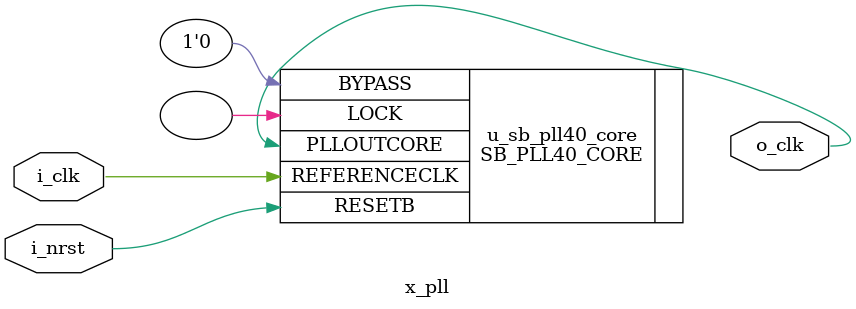
<source format=sv>
module x_pll(  
   input    i_clk,
   input    i_nrst,
   output   o_clk
);

// All PLL settings available with 12MHz ref clk 
// Select one...
//
// PLLOUT = 16.875MHz
//     parameter p_divr = 4'd0;
//     parameter p_divf = 7'd44;
//     parameter p_divq = 3'd5;
// PLLOUT = 17.25MHz
//     parameter p_divr = 4'd0;
//     parameter p_divf = 7'd45;
//     parameter p_divq = 3'd5;
// PLLOUT = 17.625MHz
//     parameter p_divr = 4'd0;
//     parameter p_divf = 7'd46;
//     parameter p_divq = 3'd5;
// PLLOUT = 18.0MHz
//     parameter p_divr = 4'd0;
//     parameter p_divf = 7'd47;
//     parameter p_divq = 3'd5;
// PLLOUT = 18.375MHz
//     parameter p_divr = 4'd0;
//     parameter p_divf = 7'd48;
//     parameter p_divq = 3'd5;
// PLLOUT = 18.75MHz
//     parameter p_divr = 4'd0;
//     parameter p_divf = 7'd49;
//     parameter p_divq = 3'd5;
// PLLOUT = 19.125MHz
//     parameter p_divr = 4'd0;
//     parameter p_divf = 7'd50;
//     parameter p_divq = 3'd5;
// PLLOUT = 19.5MHz
//     parameter p_divr = 4'd0;
//     parameter p_divf = 7'd51;
//     parameter p_divq = 3'd5;
// PLLOUT = 19.875MHz
//     parameter p_divr = 4'd0;
//     parameter p_divf = 7'd52;
//     parameter p_divq = 3'd5;
// PLLOUT = 20.25MHz
//     parameter p_divr = 4'd0;
//     parameter p_divf = 7'd53;
//     parameter p_divq = 3'd5;
// PLLOUT = 20.625MHz
//     parameter p_divr = 4'd0;
//     parameter p_divf = 7'd54;
//     parameter p_divq = 3'd5;
// PLLOUT = 21.0MHz
//     parameter p_divr = 4'd0;
//     parameter p_divf = 7'd55;
//     parameter p_divq = 3'd5;
// PLLOUT = 21.375MHz
//     parameter p_divr = 4'd0;
//     parameter p_divf = 7'd56;
//     parameter p_divq = 3'd5;
// PLLOUT = 21.75MHz
//     parameter p_divr = 4'd0;
//     parameter p_divf = 7'd57;
//     parameter p_divq = 3'd5;
// PLLOUT = 22.125MHz
//     parameter p_divr = 4'd0;
//     parameter p_divf = 7'd58;
//     parameter p_divq = 3'd5;
// PLLOUT = 22.5MHz
//     parameter p_divr = 4'd0;
//     parameter p_divf = 7'd59;
//     parameter p_divq = 3'd5;
// PLLOUT = 22.875MHz
//     parameter p_divr = 4'd0;
//     parameter p_divf = 7'd60;
//     parameter p_divq = 3'd5;
// PLLOUT = 23.25MHz
//     parameter p_divr = 4'd0;
//     parameter p_divf = 7'd61;
//     parameter p_divq = 3'd5;
// PLLOUT = 23.625MHz
//     parameter p_divr = 4'd0;
//     parameter p_divf = 7'd62;
//     parameter p_divq = 3'd5;
// PLLOUT = 24.0MHz
//     parameter p_divr = 4'd0;
//     parameter p_divf = 7'd63;
//     parameter p_divq = 3'd5;
// PLLOUT = 33.75MHz
//     parameter p_divr = 4'd0;
//     parameter p_divf = 7'd44;
//     parameter p_divq = 3'd4;
// PLLOUT = 34.5MHz
//     parameter p_divr = 4'd0;
//     parameter p_divf = 7'd45;
//     parameter p_divq = 3'd4;
// PLLOUT = 35.25MHz
//     parameter p_divr = 4'd0;
//     parameter p_divf = 7'd46;
//     parameter p_divq = 3'd4;
// PLLOUT = 36.0MHz
//     parameter p_divr = 4'd0;
//     parameter p_divf = 7'd47;
//     parameter p_divq = 3'd4;
// PLLOUT = 36.75MHz
//     parameter p_divr = 4'd0;
//     parameter p_divf = 7'd48;
//     parameter p_divq = 3'd4;
// PLLOUT = 37.5MHz
//     parameter p_divr = 4'd0;
//     parameter p_divf = 7'd49;
//     parameter p_divq = 3'd4;
// PLLOUT = 38.25MHz
//     parameter p_divr = 4'd0;
//     parameter p_divf = 7'd50;
//     parameter p_divq = 3'd4;
// PLLOUT = 39.0MHz
//     parameter p_divr = 4'd0;
//     parameter p_divf = 7'd51;
//     parameter p_divq = 3'd4;
// PLLOUT = 39.75MHz
//     parameter p_divr = 4'd0;
//     parameter p_divf = 7'd52;
//     parameter p_divq = 3'd4;
// PLLOUT = 40.5MHz
//     parameter p_divr = 4'd0;
//     parameter p_divf = 7'd53;
//     parameter p_divq = 3'd4;
// PLLOUT = 41.25MHz
//     parameter p_divr = 4'd0;
//     parameter p_divf = 7'd54;
//     parameter p_divq = 3'd4;
// PLLOUT = 42.0MHz
//     parameter p_divr = 4'd0;
//     parameter p_divf = 7'd55;
//     parameter p_divq = 3'd4;
// PLLOUT = 42.75MHz
//     parameter p_divr = 4'd0;
//     parameter p_divf = 7'd56;
//     parameter p_divq = 3'd4;
// PLLOUT = 43.5MHz
//     parameter p_divr = 4'd0;
//     parameter p_divf = 7'd57;
//     parameter p_divq = 3'd4;
// PLLOUT = 44.25MHz
//     parameter p_divr = 4'd0;
//     parameter p_divf = 7'd58;
//     parameter p_divq = 3'd4;
// PLLOUT = 45.0MHz
//     parameter p_divr = 4'd0;
//     parameter p_divf = 7'd59;
//     parameter p_divq = 3'd4;
// PLLOUT = 45.75MHz
//     parameter p_divr = 4'd0;
//     parameter p_divf = 7'd60;
//     parameter p_divq = 3'd4;
// PLLOUT = 46.5MHz
//     parameter p_divr = 4'd0;
//     parameter p_divf = 7'd61;
//     parameter p_divq = 3'd4;
// PLLOUT = 47.25MHz
//     parameter p_divr = 4'd0;
//     parameter p_divf = 7'd62;
//     parameter p_divq = 3'd4;
// PLLOUT = 48.0MHz
//     parameter p_divr = 4'd0;
//     parameter p_divf = 7'd63;
//     parameter p_divq = 3'd4;
// PLLOUT = 67.5MHz
//     parameter p_divr = 4'd0;
//     parameter p_divf = 7'd44;
//     parameter p_divq = 3'd3;
// PLLOUT = 69.0MHz
//     parameter p_divr = 4'd0;
//     parameter p_divf = 7'd45;
//     parameter p_divq = 3'd3;
// PLLOUT = 70.5MHz
//     parameter p_divr = 4'd0;
//     parameter p_divf = 7'd46;
//     parameter p_divq = 3'd3;
// PLLOUT = 72.0MHz
//     parameter p_divr = 4'd0;
//     parameter p_divf = 7'd47;
//     parameter p_divq = 3'd3;
// PLLOUT = 73.5MHz
//     parameter p_divr = 4'd0;
//     parameter p_divf = 7'd48;
//     parameter p_divq = 3'd3;
// PLLOUT = 75.0MHz
//     parameter p_divr = 4'd0;
//     parameter p_divf = 7'd49;
//     parameter p_divq = 3'd3;
// PLLOUT = 76.5MHz
//     parameter p_divr = 4'd0;
//     parameter p_divf = 7'd50;
//     parameter p_divq = 3'd3;
// PLLOUT = 78.0MHz
//     parameter p_divr = 4'd0;
//     parameter p_divf = 7'd51;
//     parameter p_divq = 3'd3;
// PLLOUT = 79.5MHz
//     parameter p_divr = 4'd0;
//     parameter p_divf = 7'd52;
//     parameter p_divq = 3'd3;
// PLLOUT = 81.0MHz
//     parameter p_divr = 4'd0;
//     parameter p_divf = 7'd53;
//     parameter p_divq = 3'd3;
// PLLOUT = 82.5MHz
//     parameter p_divr = 4'd0;
//     parameter p_divf = 7'd54;
//     parameter p_divq = 3'd3;
// PLLOUT = 84.0MHz
//     parameter p_divr = 4'd0;
//     parameter p_divf = 7'd55;
//     parameter p_divq = 3'd3;
// PLLOUT = 85.5MHz
//     parameter p_divr = 4'd0;
//     parameter p_divf = 7'd56;
//     parameter p_divq = 3'd3;
// PLLOUT = 87.0MHz
//     parameter p_divr = 4'd0;
//     parameter p_divf = 7'd57;
//     parameter p_divq = 3'd3;
// PLLOUT = 88.5MHz
//     parameter p_divr = 4'd0;
//     parameter p_divf = 7'd58;
//     parameter p_divq = 3'd3;
// PLLOUT = 90.0MHz
//     parameter p_divr = 4'd0;
//     parameter p_divf = 7'd59;
//     parameter p_divq = 3'd3;
// PLLOUT = 91.5MHz
//     parameter p_divr = 4'd0;
//     parameter p_divf = 7'd60;
//     parameter p_divq = 3'd3;
// PLLOUT = 93.0MHz
//     parameter p_divr = 4'd0;
//     parameter p_divf = 7'd61;
//     parameter p_divq = 3'd3;
// PLLOUT = 94.5MHz
//     parameter p_divr = 4'd0;
//     parameter p_divf = 7'd62;
//     parameter p_divq = 3'd3;
// PLLOUT = 96.0MHz
     parameter p_divr = 4'd0;
     parameter p_divf = 7'd63;
     parameter p_divq = 3'd3;
// PLLOUT = 135.0MHz
//     parameter p_divr = 4'd0;
//     parameter p_divf = 7'd44;
//     parameter p_divq = 3'd2;
// PLLOUT = 138.0MHz
//     parameter p_divr = 4'd0;
//     parameter p_divf = 7'd45;
//     parameter p_divq = 3'd2;
// PLLOUT = 141.0MHz
//     parameter p_divr = 4'd0;
//     parameter p_divf = 7'd46;
//     parameter p_divq = 3'd2;
// PLLOUT = 144.0MHz
//     parameter p_divr = 4'd0;
//     parameter p_divf = 7'd47;
//     parameter p_divq = 3'd2;
// PLLOUT = 147.0MHz
//     parameter p_divr = 4'd0;
//     parameter p_divf = 7'd48;
//     parameter p_divq = 3'd2;
// PLLOUT = 150.0MHz
//     parameter p_divr = 4'd0;
//     parameter p_divf = 7'd49;
//     parameter p_divq = 3'd2;
// PLLOUT = 153.0MHz
//     parameter p_divr = 4'd0;
//     parameter p_divf = 7'd50;
//     parameter p_divq = 3'd2;
// PLLOUT = 156.0MHz
//     parameter p_divr = 4'd0;
//     parameter p_divf = 7'd51;
//     parameter p_divq = 3'd2;
// PLLOUT = 159.0MHz
//     parameter p_divr = 4'd0;
//     parameter p_divf = 7'd52;
//     parameter p_divq = 3'd2;
// PLLOUT = 162.0MHz
//     parameter p_divr = 4'd0;
//     parameter p_divf = 7'd53;
//     parameter p_divq = 3'd2;
// PLLOUT = 165.0MHz
//     parameter p_divr = 4'd0;
//     parameter p_divf = 7'd54;
//     parameter p_divq = 3'd2;
// PLLOUT = 168.0MHz
//     parameter p_divr = 4'd0;
//     parameter p_divf = 7'd55;
//     parameter p_divq = 3'd2;
// PLLOUT = 171.0MHz
//     parameter p_divr = 4'd0;
//     parameter p_divf = 7'd56;
//     parameter p_divq = 3'd2;
// PLLOUT = 174.0MHz
//     parameter p_divr = 4'd0;
//     parameter p_divf = 7'd57;
//     parameter p_divq = 3'd2;
// PLLOUT = 177.0MHz
//     parameter p_divr = 4'd0;
//     parameter p_divf = 7'd58;
//     parameter p_divq = 3'd2;
// PLLOUT = 180.0MHz
//     parameter p_divr = 4'd0;
//     parameter p_divf = 7'd59;
//     parameter p_divq = 3'd2;
// PLLOUT = 183.0MHz
//     parameter p_divr = 4'd0;
//     parameter p_divf = 7'd60;
//     parameter p_divq = 3'd2;
// PLLOUT = 186.0MHz
//     parameter p_divr = 4'd0;
//     parameter p_divf = 7'd61;
//     parameter p_divq = 3'd2;
// PLLOUT = 189.0MHz
//     parameter p_divr = 4'd0;
//     parameter p_divf = 7'd62;
//     parameter p_divq = 3'd2;
// PLLOUT = 192.0MHz
//     parameter p_divr = 4'd0;
//     parameter p_divf = 7'd63;
//     parameter p_divq = 3'd2;
// PLLOUT = 270.0MHz
//     parameter p_divr = 4'd0;
//     parameter p_divf = 7'd44;
//     parameter p_divq = 3'd1;

   SB_PLL40_CORE #(
      .FEEDBACK_PATH ("SIMPLE"   ),
      .PLLOUT_SELECT ("GENCLK"   ),
      .DIVR          (p_divr     ),
      .DIVF          (p_divf     ),
      .DIVQ          (p_divq     ),
      .FILTER_RANGE  (3'b001     )  // Always 1 https://www.reddit.com/r/yosys/comments/3yrq6d/are_plls_supported_on_the_icestick_hw/
   ) u_sb_pll40_core (
      .LOCK          (           ),
      .RESETB        (i_nrst     ),
      .BYPASS        (1'b0       ),
      .REFERENCECLK  (i_clk      ),
      .PLLOUTCORE    (o_clk      )
   );

endmodule

</source>
